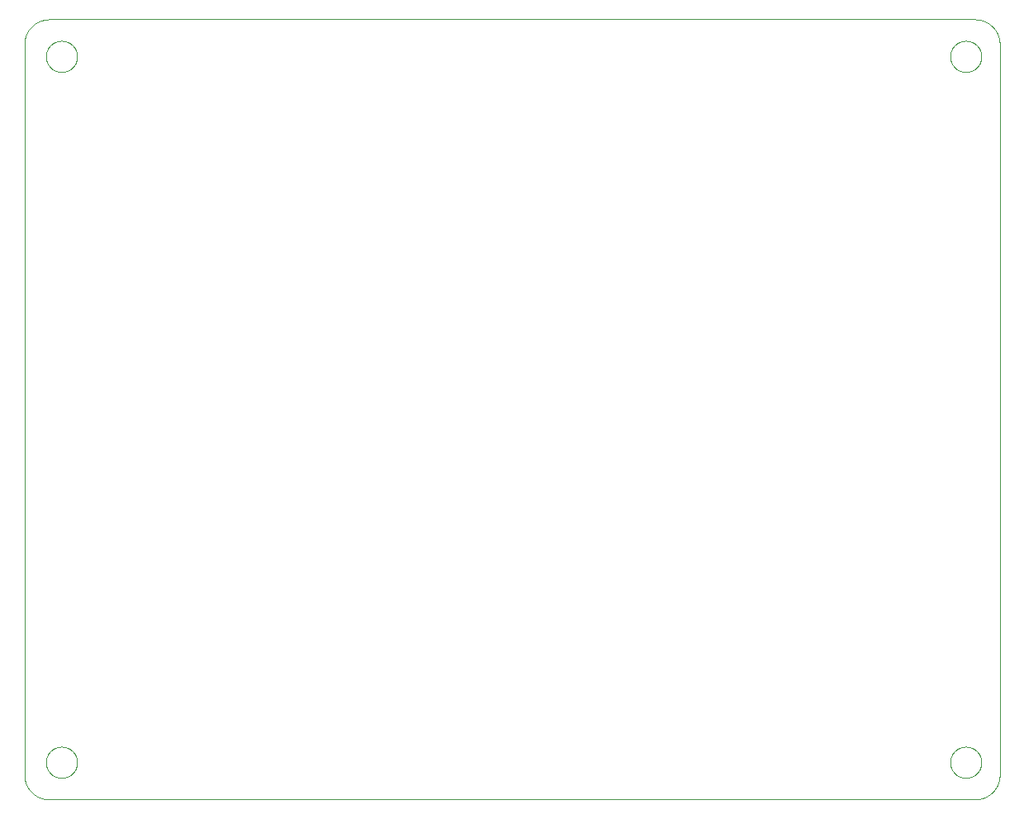
<source format=gbp>
G75*
%MOIN*%
%OFA0B0*%
%FSLAX25Y25*%
%IPPOS*%
%LPD*%
%AMOC8*
5,1,8,0,0,1.08239X$1,22.5*
%
%ADD10C,0.00000*%
D10*
X0086433Y0068933D02*
X0086433Y0363894D01*
X0086436Y0364136D01*
X0086445Y0364377D01*
X0086459Y0364618D01*
X0086480Y0364859D01*
X0086506Y0365099D01*
X0086538Y0365339D01*
X0086576Y0365578D01*
X0086619Y0365815D01*
X0086669Y0366052D01*
X0086724Y0366287D01*
X0086784Y0366521D01*
X0086851Y0366753D01*
X0086922Y0366984D01*
X0087000Y0367213D01*
X0087083Y0367440D01*
X0087171Y0367665D01*
X0087265Y0367888D01*
X0087364Y0368108D01*
X0087469Y0368326D01*
X0087578Y0368541D01*
X0087693Y0368754D01*
X0087813Y0368964D01*
X0087938Y0369170D01*
X0088068Y0369374D01*
X0088203Y0369575D01*
X0088343Y0369772D01*
X0088487Y0369966D01*
X0088636Y0370156D01*
X0088790Y0370342D01*
X0088948Y0370525D01*
X0089110Y0370704D01*
X0089277Y0370879D01*
X0089448Y0371050D01*
X0089623Y0371217D01*
X0089802Y0371379D01*
X0089985Y0371537D01*
X0090171Y0371691D01*
X0090361Y0371840D01*
X0090555Y0371984D01*
X0090752Y0372124D01*
X0090953Y0372259D01*
X0091157Y0372389D01*
X0091363Y0372514D01*
X0091573Y0372634D01*
X0091786Y0372749D01*
X0092001Y0372858D01*
X0092219Y0372963D01*
X0092439Y0373062D01*
X0092662Y0373156D01*
X0092887Y0373244D01*
X0093114Y0373327D01*
X0093343Y0373405D01*
X0093574Y0373476D01*
X0093806Y0373543D01*
X0094040Y0373603D01*
X0094275Y0373658D01*
X0094512Y0373708D01*
X0094749Y0373751D01*
X0094988Y0373789D01*
X0095228Y0373821D01*
X0095468Y0373847D01*
X0095709Y0373868D01*
X0095950Y0373882D01*
X0096191Y0373891D01*
X0096433Y0373894D01*
X0470134Y0373894D01*
X0470376Y0373891D01*
X0470617Y0373882D01*
X0470858Y0373868D01*
X0471099Y0373847D01*
X0471339Y0373821D01*
X0471579Y0373789D01*
X0471818Y0373751D01*
X0472055Y0373708D01*
X0472292Y0373658D01*
X0472527Y0373603D01*
X0472761Y0373543D01*
X0472993Y0373476D01*
X0473224Y0373405D01*
X0473453Y0373327D01*
X0473680Y0373244D01*
X0473905Y0373156D01*
X0474128Y0373062D01*
X0474348Y0372963D01*
X0474566Y0372858D01*
X0474781Y0372749D01*
X0474994Y0372634D01*
X0475204Y0372514D01*
X0475410Y0372389D01*
X0475614Y0372259D01*
X0475815Y0372124D01*
X0476012Y0371984D01*
X0476206Y0371840D01*
X0476396Y0371691D01*
X0476582Y0371537D01*
X0476765Y0371379D01*
X0476944Y0371217D01*
X0477119Y0371050D01*
X0477290Y0370879D01*
X0477457Y0370704D01*
X0477619Y0370525D01*
X0477777Y0370342D01*
X0477931Y0370156D01*
X0478080Y0369966D01*
X0478224Y0369772D01*
X0478364Y0369575D01*
X0478499Y0369374D01*
X0478629Y0369170D01*
X0478754Y0368964D01*
X0478874Y0368754D01*
X0478989Y0368541D01*
X0479098Y0368326D01*
X0479203Y0368108D01*
X0479302Y0367888D01*
X0479396Y0367665D01*
X0479484Y0367440D01*
X0479567Y0367213D01*
X0479645Y0366984D01*
X0479716Y0366753D01*
X0479783Y0366521D01*
X0479843Y0366287D01*
X0479898Y0366052D01*
X0479948Y0365815D01*
X0479991Y0365578D01*
X0480029Y0365339D01*
X0480061Y0365099D01*
X0480087Y0364859D01*
X0480108Y0364618D01*
X0480122Y0364377D01*
X0480131Y0364136D01*
X0480134Y0363894D01*
X0480134Y0068933D01*
X0480131Y0068691D01*
X0480122Y0068450D01*
X0480108Y0068209D01*
X0480087Y0067968D01*
X0480061Y0067728D01*
X0480029Y0067488D01*
X0479991Y0067249D01*
X0479948Y0067012D01*
X0479898Y0066775D01*
X0479843Y0066540D01*
X0479783Y0066306D01*
X0479716Y0066074D01*
X0479645Y0065843D01*
X0479567Y0065614D01*
X0479484Y0065387D01*
X0479396Y0065162D01*
X0479302Y0064939D01*
X0479203Y0064719D01*
X0479098Y0064501D01*
X0478989Y0064286D01*
X0478874Y0064073D01*
X0478754Y0063863D01*
X0478629Y0063657D01*
X0478499Y0063453D01*
X0478364Y0063252D01*
X0478224Y0063055D01*
X0478080Y0062861D01*
X0477931Y0062671D01*
X0477777Y0062485D01*
X0477619Y0062302D01*
X0477457Y0062123D01*
X0477290Y0061948D01*
X0477119Y0061777D01*
X0476944Y0061610D01*
X0476765Y0061448D01*
X0476582Y0061290D01*
X0476396Y0061136D01*
X0476206Y0060987D01*
X0476012Y0060843D01*
X0475815Y0060703D01*
X0475614Y0060568D01*
X0475410Y0060438D01*
X0475204Y0060313D01*
X0474994Y0060193D01*
X0474781Y0060078D01*
X0474566Y0059969D01*
X0474348Y0059864D01*
X0474128Y0059765D01*
X0473905Y0059671D01*
X0473680Y0059583D01*
X0473453Y0059500D01*
X0473224Y0059422D01*
X0472993Y0059351D01*
X0472761Y0059284D01*
X0472527Y0059224D01*
X0472292Y0059169D01*
X0472055Y0059119D01*
X0471818Y0059076D01*
X0471579Y0059038D01*
X0471339Y0059006D01*
X0471099Y0058980D01*
X0470858Y0058959D01*
X0470617Y0058945D01*
X0470376Y0058936D01*
X0470134Y0058933D01*
X0096433Y0058933D01*
X0096191Y0058936D01*
X0095950Y0058945D01*
X0095709Y0058959D01*
X0095468Y0058980D01*
X0095228Y0059006D01*
X0094988Y0059038D01*
X0094749Y0059076D01*
X0094512Y0059119D01*
X0094275Y0059169D01*
X0094040Y0059224D01*
X0093806Y0059284D01*
X0093574Y0059351D01*
X0093343Y0059422D01*
X0093114Y0059500D01*
X0092887Y0059583D01*
X0092662Y0059671D01*
X0092439Y0059765D01*
X0092219Y0059864D01*
X0092001Y0059969D01*
X0091786Y0060078D01*
X0091573Y0060193D01*
X0091363Y0060313D01*
X0091157Y0060438D01*
X0090953Y0060568D01*
X0090752Y0060703D01*
X0090555Y0060843D01*
X0090361Y0060987D01*
X0090171Y0061136D01*
X0089985Y0061290D01*
X0089802Y0061448D01*
X0089623Y0061610D01*
X0089448Y0061777D01*
X0089277Y0061948D01*
X0089110Y0062123D01*
X0088948Y0062302D01*
X0088790Y0062485D01*
X0088636Y0062671D01*
X0088487Y0062861D01*
X0088343Y0063055D01*
X0088203Y0063252D01*
X0088068Y0063453D01*
X0087938Y0063657D01*
X0087813Y0063863D01*
X0087693Y0064073D01*
X0087578Y0064286D01*
X0087469Y0064501D01*
X0087364Y0064719D01*
X0087265Y0064939D01*
X0087171Y0065162D01*
X0087083Y0065387D01*
X0087000Y0065614D01*
X0086922Y0065843D01*
X0086851Y0066074D01*
X0086784Y0066306D01*
X0086724Y0066540D01*
X0086669Y0066775D01*
X0086619Y0067012D01*
X0086576Y0067249D01*
X0086538Y0067488D01*
X0086506Y0067728D01*
X0086480Y0067968D01*
X0086459Y0068209D01*
X0086445Y0068450D01*
X0086436Y0068691D01*
X0086433Y0068933D01*
X0095134Y0073933D02*
X0095136Y0074091D01*
X0095142Y0074249D01*
X0095152Y0074407D01*
X0095166Y0074565D01*
X0095184Y0074722D01*
X0095205Y0074879D01*
X0095231Y0075035D01*
X0095261Y0075191D01*
X0095294Y0075346D01*
X0095332Y0075499D01*
X0095373Y0075652D01*
X0095418Y0075804D01*
X0095467Y0075955D01*
X0095520Y0076104D01*
X0095576Y0076252D01*
X0095636Y0076398D01*
X0095700Y0076543D01*
X0095768Y0076686D01*
X0095839Y0076828D01*
X0095913Y0076968D01*
X0095991Y0077105D01*
X0096073Y0077241D01*
X0096157Y0077375D01*
X0096246Y0077506D01*
X0096337Y0077635D01*
X0096432Y0077762D01*
X0096529Y0077887D01*
X0096630Y0078009D01*
X0096734Y0078128D01*
X0096841Y0078245D01*
X0096951Y0078359D01*
X0097064Y0078470D01*
X0097179Y0078579D01*
X0097297Y0078684D01*
X0097418Y0078786D01*
X0097541Y0078886D01*
X0097667Y0078982D01*
X0097795Y0079075D01*
X0097925Y0079165D01*
X0098058Y0079251D01*
X0098193Y0079335D01*
X0098329Y0079414D01*
X0098468Y0079491D01*
X0098609Y0079563D01*
X0098751Y0079633D01*
X0098895Y0079698D01*
X0099041Y0079760D01*
X0099188Y0079818D01*
X0099337Y0079873D01*
X0099487Y0079924D01*
X0099638Y0079971D01*
X0099790Y0080014D01*
X0099943Y0080053D01*
X0100098Y0080089D01*
X0100253Y0080120D01*
X0100409Y0080148D01*
X0100565Y0080172D01*
X0100722Y0080192D01*
X0100880Y0080208D01*
X0101037Y0080220D01*
X0101196Y0080228D01*
X0101354Y0080232D01*
X0101512Y0080232D01*
X0101670Y0080228D01*
X0101829Y0080220D01*
X0101986Y0080208D01*
X0102144Y0080192D01*
X0102301Y0080172D01*
X0102457Y0080148D01*
X0102613Y0080120D01*
X0102768Y0080089D01*
X0102923Y0080053D01*
X0103076Y0080014D01*
X0103228Y0079971D01*
X0103379Y0079924D01*
X0103529Y0079873D01*
X0103678Y0079818D01*
X0103825Y0079760D01*
X0103971Y0079698D01*
X0104115Y0079633D01*
X0104257Y0079563D01*
X0104398Y0079491D01*
X0104537Y0079414D01*
X0104673Y0079335D01*
X0104808Y0079251D01*
X0104941Y0079165D01*
X0105071Y0079075D01*
X0105199Y0078982D01*
X0105325Y0078886D01*
X0105448Y0078786D01*
X0105569Y0078684D01*
X0105687Y0078579D01*
X0105802Y0078470D01*
X0105915Y0078359D01*
X0106025Y0078245D01*
X0106132Y0078128D01*
X0106236Y0078009D01*
X0106337Y0077887D01*
X0106434Y0077762D01*
X0106529Y0077635D01*
X0106620Y0077506D01*
X0106709Y0077375D01*
X0106793Y0077241D01*
X0106875Y0077105D01*
X0106953Y0076968D01*
X0107027Y0076828D01*
X0107098Y0076686D01*
X0107166Y0076543D01*
X0107230Y0076398D01*
X0107290Y0076252D01*
X0107346Y0076104D01*
X0107399Y0075955D01*
X0107448Y0075804D01*
X0107493Y0075652D01*
X0107534Y0075499D01*
X0107572Y0075346D01*
X0107605Y0075191D01*
X0107635Y0075035D01*
X0107661Y0074879D01*
X0107682Y0074722D01*
X0107700Y0074565D01*
X0107714Y0074407D01*
X0107724Y0074249D01*
X0107730Y0074091D01*
X0107732Y0073933D01*
X0107730Y0073775D01*
X0107724Y0073617D01*
X0107714Y0073459D01*
X0107700Y0073301D01*
X0107682Y0073144D01*
X0107661Y0072987D01*
X0107635Y0072831D01*
X0107605Y0072675D01*
X0107572Y0072520D01*
X0107534Y0072367D01*
X0107493Y0072214D01*
X0107448Y0072062D01*
X0107399Y0071911D01*
X0107346Y0071762D01*
X0107290Y0071614D01*
X0107230Y0071468D01*
X0107166Y0071323D01*
X0107098Y0071180D01*
X0107027Y0071038D01*
X0106953Y0070898D01*
X0106875Y0070761D01*
X0106793Y0070625D01*
X0106709Y0070491D01*
X0106620Y0070360D01*
X0106529Y0070231D01*
X0106434Y0070104D01*
X0106337Y0069979D01*
X0106236Y0069857D01*
X0106132Y0069738D01*
X0106025Y0069621D01*
X0105915Y0069507D01*
X0105802Y0069396D01*
X0105687Y0069287D01*
X0105569Y0069182D01*
X0105448Y0069080D01*
X0105325Y0068980D01*
X0105199Y0068884D01*
X0105071Y0068791D01*
X0104941Y0068701D01*
X0104808Y0068615D01*
X0104673Y0068531D01*
X0104537Y0068452D01*
X0104398Y0068375D01*
X0104257Y0068303D01*
X0104115Y0068233D01*
X0103971Y0068168D01*
X0103825Y0068106D01*
X0103678Y0068048D01*
X0103529Y0067993D01*
X0103379Y0067942D01*
X0103228Y0067895D01*
X0103076Y0067852D01*
X0102923Y0067813D01*
X0102768Y0067777D01*
X0102613Y0067746D01*
X0102457Y0067718D01*
X0102301Y0067694D01*
X0102144Y0067674D01*
X0101986Y0067658D01*
X0101829Y0067646D01*
X0101670Y0067638D01*
X0101512Y0067634D01*
X0101354Y0067634D01*
X0101196Y0067638D01*
X0101037Y0067646D01*
X0100880Y0067658D01*
X0100722Y0067674D01*
X0100565Y0067694D01*
X0100409Y0067718D01*
X0100253Y0067746D01*
X0100098Y0067777D01*
X0099943Y0067813D01*
X0099790Y0067852D01*
X0099638Y0067895D01*
X0099487Y0067942D01*
X0099337Y0067993D01*
X0099188Y0068048D01*
X0099041Y0068106D01*
X0098895Y0068168D01*
X0098751Y0068233D01*
X0098609Y0068303D01*
X0098468Y0068375D01*
X0098329Y0068452D01*
X0098193Y0068531D01*
X0098058Y0068615D01*
X0097925Y0068701D01*
X0097795Y0068791D01*
X0097667Y0068884D01*
X0097541Y0068980D01*
X0097418Y0069080D01*
X0097297Y0069182D01*
X0097179Y0069287D01*
X0097064Y0069396D01*
X0096951Y0069507D01*
X0096841Y0069621D01*
X0096734Y0069738D01*
X0096630Y0069857D01*
X0096529Y0069979D01*
X0096432Y0070104D01*
X0096337Y0070231D01*
X0096246Y0070360D01*
X0096157Y0070491D01*
X0096073Y0070625D01*
X0095991Y0070761D01*
X0095913Y0070898D01*
X0095839Y0071038D01*
X0095768Y0071180D01*
X0095700Y0071323D01*
X0095636Y0071468D01*
X0095576Y0071614D01*
X0095520Y0071762D01*
X0095467Y0071911D01*
X0095418Y0072062D01*
X0095373Y0072214D01*
X0095332Y0072367D01*
X0095294Y0072520D01*
X0095261Y0072675D01*
X0095231Y0072831D01*
X0095205Y0072987D01*
X0095184Y0073144D01*
X0095166Y0073301D01*
X0095152Y0073459D01*
X0095142Y0073617D01*
X0095136Y0073775D01*
X0095134Y0073933D01*
X0460134Y0073933D02*
X0460136Y0074091D01*
X0460142Y0074249D01*
X0460152Y0074407D01*
X0460166Y0074565D01*
X0460184Y0074722D01*
X0460205Y0074879D01*
X0460231Y0075035D01*
X0460261Y0075191D01*
X0460294Y0075346D01*
X0460332Y0075499D01*
X0460373Y0075652D01*
X0460418Y0075804D01*
X0460467Y0075955D01*
X0460520Y0076104D01*
X0460576Y0076252D01*
X0460636Y0076398D01*
X0460700Y0076543D01*
X0460768Y0076686D01*
X0460839Y0076828D01*
X0460913Y0076968D01*
X0460991Y0077105D01*
X0461073Y0077241D01*
X0461157Y0077375D01*
X0461246Y0077506D01*
X0461337Y0077635D01*
X0461432Y0077762D01*
X0461529Y0077887D01*
X0461630Y0078009D01*
X0461734Y0078128D01*
X0461841Y0078245D01*
X0461951Y0078359D01*
X0462064Y0078470D01*
X0462179Y0078579D01*
X0462297Y0078684D01*
X0462418Y0078786D01*
X0462541Y0078886D01*
X0462667Y0078982D01*
X0462795Y0079075D01*
X0462925Y0079165D01*
X0463058Y0079251D01*
X0463193Y0079335D01*
X0463329Y0079414D01*
X0463468Y0079491D01*
X0463609Y0079563D01*
X0463751Y0079633D01*
X0463895Y0079698D01*
X0464041Y0079760D01*
X0464188Y0079818D01*
X0464337Y0079873D01*
X0464487Y0079924D01*
X0464638Y0079971D01*
X0464790Y0080014D01*
X0464943Y0080053D01*
X0465098Y0080089D01*
X0465253Y0080120D01*
X0465409Y0080148D01*
X0465565Y0080172D01*
X0465722Y0080192D01*
X0465880Y0080208D01*
X0466037Y0080220D01*
X0466196Y0080228D01*
X0466354Y0080232D01*
X0466512Y0080232D01*
X0466670Y0080228D01*
X0466829Y0080220D01*
X0466986Y0080208D01*
X0467144Y0080192D01*
X0467301Y0080172D01*
X0467457Y0080148D01*
X0467613Y0080120D01*
X0467768Y0080089D01*
X0467923Y0080053D01*
X0468076Y0080014D01*
X0468228Y0079971D01*
X0468379Y0079924D01*
X0468529Y0079873D01*
X0468678Y0079818D01*
X0468825Y0079760D01*
X0468971Y0079698D01*
X0469115Y0079633D01*
X0469257Y0079563D01*
X0469398Y0079491D01*
X0469537Y0079414D01*
X0469673Y0079335D01*
X0469808Y0079251D01*
X0469941Y0079165D01*
X0470071Y0079075D01*
X0470199Y0078982D01*
X0470325Y0078886D01*
X0470448Y0078786D01*
X0470569Y0078684D01*
X0470687Y0078579D01*
X0470802Y0078470D01*
X0470915Y0078359D01*
X0471025Y0078245D01*
X0471132Y0078128D01*
X0471236Y0078009D01*
X0471337Y0077887D01*
X0471434Y0077762D01*
X0471529Y0077635D01*
X0471620Y0077506D01*
X0471709Y0077375D01*
X0471793Y0077241D01*
X0471875Y0077105D01*
X0471953Y0076968D01*
X0472027Y0076828D01*
X0472098Y0076686D01*
X0472166Y0076543D01*
X0472230Y0076398D01*
X0472290Y0076252D01*
X0472346Y0076104D01*
X0472399Y0075955D01*
X0472448Y0075804D01*
X0472493Y0075652D01*
X0472534Y0075499D01*
X0472572Y0075346D01*
X0472605Y0075191D01*
X0472635Y0075035D01*
X0472661Y0074879D01*
X0472682Y0074722D01*
X0472700Y0074565D01*
X0472714Y0074407D01*
X0472724Y0074249D01*
X0472730Y0074091D01*
X0472732Y0073933D01*
X0472730Y0073775D01*
X0472724Y0073617D01*
X0472714Y0073459D01*
X0472700Y0073301D01*
X0472682Y0073144D01*
X0472661Y0072987D01*
X0472635Y0072831D01*
X0472605Y0072675D01*
X0472572Y0072520D01*
X0472534Y0072367D01*
X0472493Y0072214D01*
X0472448Y0072062D01*
X0472399Y0071911D01*
X0472346Y0071762D01*
X0472290Y0071614D01*
X0472230Y0071468D01*
X0472166Y0071323D01*
X0472098Y0071180D01*
X0472027Y0071038D01*
X0471953Y0070898D01*
X0471875Y0070761D01*
X0471793Y0070625D01*
X0471709Y0070491D01*
X0471620Y0070360D01*
X0471529Y0070231D01*
X0471434Y0070104D01*
X0471337Y0069979D01*
X0471236Y0069857D01*
X0471132Y0069738D01*
X0471025Y0069621D01*
X0470915Y0069507D01*
X0470802Y0069396D01*
X0470687Y0069287D01*
X0470569Y0069182D01*
X0470448Y0069080D01*
X0470325Y0068980D01*
X0470199Y0068884D01*
X0470071Y0068791D01*
X0469941Y0068701D01*
X0469808Y0068615D01*
X0469673Y0068531D01*
X0469537Y0068452D01*
X0469398Y0068375D01*
X0469257Y0068303D01*
X0469115Y0068233D01*
X0468971Y0068168D01*
X0468825Y0068106D01*
X0468678Y0068048D01*
X0468529Y0067993D01*
X0468379Y0067942D01*
X0468228Y0067895D01*
X0468076Y0067852D01*
X0467923Y0067813D01*
X0467768Y0067777D01*
X0467613Y0067746D01*
X0467457Y0067718D01*
X0467301Y0067694D01*
X0467144Y0067674D01*
X0466986Y0067658D01*
X0466829Y0067646D01*
X0466670Y0067638D01*
X0466512Y0067634D01*
X0466354Y0067634D01*
X0466196Y0067638D01*
X0466037Y0067646D01*
X0465880Y0067658D01*
X0465722Y0067674D01*
X0465565Y0067694D01*
X0465409Y0067718D01*
X0465253Y0067746D01*
X0465098Y0067777D01*
X0464943Y0067813D01*
X0464790Y0067852D01*
X0464638Y0067895D01*
X0464487Y0067942D01*
X0464337Y0067993D01*
X0464188Y0068048D01*
X0464041Y0068106D01*
X0463895Y0068168D01*
X0463751Y0068233D01*
X0463609Y0068303D01*
X0463468Y0068375D01*
X0463329Y0068452D01*
X0463193Y0068531D01*
X0463058Y0068615D01*
X0462925Y0068701D01*
X0462795Y0068791D01*
X0462667Y0068884D01*
X0462541Y0068980D01*
X0462418Y0069080D01*
X0462297Y0069182D01*
X0462179Y0069287D01*
X0462064Y0069396D01*
X0461951Y0069507D01*
X0461841Y0069621D01*
X0461734Y0069738D01*
X0461630Y0069857D01*
X0461529Y0069979D01*
X0461432Y0070104D01*
X0461337Y0070231D01*
X0461246Y0070360D01*
X0461157Y0070491D01*
X0461073Y0070625D01*
X0460991Y0070761D01*
X0460913Y0070898D01*
X0460839Y0071038D01*
X0460768Y0071180D01*
X0460700Y0071323D01*
X0460636Y0071468D01*
X0460576Y0071614D01*
X0460520Y0071762D01*
X0460467Y0071911D01*
X0460418Y0072062D01*
X0460373Y0072214D01*
X0460332Y0072367D01*
X0460294Y0072520D01*
X0460261Y0072675D01*
X0460231Y0072831D01*
X0460205Y0072987D01*
X0460184Y0073144D01*
X0460166Y0073301D01*
X0460152Y0073459D01*
X0460142Y0073617D01*
X0460136Y0073775D01*
X0460134Y0073933D01*
X0460134Y0358933D02*
X0460136Y0359091D01*
X0460142Y0359249D01*
X0460152Y0359407D01*
X0460166Y0359565D01*
X0460184Y0359722D01*
X0460205Y0359879D01*
X0460231Y0360035D01*
X0460261Y0360191D01*
X0460294Y0360346D01*
X0460332Y0360499D01*
X0460373Y0360652D01*
X0460418Y0360804D01*
X0460467Y0360955D01*
X0460520Y0361104D01*
X0460576Y0361252D01*
X0460636Y0361398D01*
X0460700Y0361543D01*
X0460768Y0361686D01*
X0460839Y0361828D01*
X0460913Y0361968D01*
X0460991Y0362105D01*
X0461073Y0362241D01*
X0461157Y0362375D01*
X0461246Y0362506D01*
X0461337Y0362635D01*
X0461432Y0362762D01*
X0461529Y0362887D01*
X0461630Y0363009D01*
X0461734Y0363128D01*
X0461841Y0363245D01*
X0461951Y0363359D01*
X0462064Y0363470D01*
X0462179Y0363579D01*
X0462297Y0363684D01*
X0462418Y0363786D01*
X0462541Y0363886D01*
X0462667Y0363982D01*
X0462795Y0364075D01*
X0462925Y0364165D01*
X0463058Y0364251D01*
X0463193Y0364335D01*
X0463329Y0364414D01*
X0463468Y0364491D01*
X0463609Y0364563D01*
X0463751Y0364633D01*
X0463895Y0364698D01*
X0464041Y0364760D01*
X0464188Y0364818D01*
X0464337Y0364873D01*
X0464487Y0364924D01*
X0464638Y0364971D01*
X0464790Y0365014D01*
X0464943Y0365053D01*
X0465098Y0365089D01*
X0465253Y0365120D01*
X0465409Y0365148D01*
X0465565Y0365172D01*
X0465722Y0365192D01*
X0465880Y0365208D01*
X0466037Y0365220D01*
X0466196Y0365228D01*
X0466354Y0365232D01*
X0466512Y0365232D01*
X0466670Y0365228D01*
X0466829Y0365220D01*
X0466986Y0365208D01*
X0467144Y0365192D01*
X0467301Y0365172D01*
X0467457Y0365148D01*
X0467613Y0365120D01*
X0467768Y0365089D01*
X0467923Y0365053D01*
X0468076Y0365014D01*
X0468228Y0364971D01*
X0468379Y0364924D01*
X0468529Y0364873D01*
X0468678Y0364818D01*
X0468825Y0364760D01*
X0468971Y0364698D01*
X0469115Y0364633D01*
X0469257Y0364563D01*
X0469398Y0364491D01*
X0469537Y0364414D01*
X0469673Y0364335D01*
X0469808Y0364251D01*
X0469941Y0364165D01*
X0470071Y0364075D01*
X0470199Y0363982D01*
X0470325Y0363886D01*
X0470448Y0363786D01*
X0470569Y0363684D01*
X0470687Y0363579D01*
X0470802Y0363470D01*
X0470915Y0363359D01*
X0471025Y0363245D01*
X0471132Y0363128D01*
X0471236Y0363009D01*
X0471337Y0362887D01*
X0471434Y0362762D01*
X0471529Y0362635D01*
X0471620Y0362506D01*
X0471709Y0362375D01*
X0471793Y0362241D01*
X0471875Y0362105D01*
X0471953Y0361968D01*
X0472027Y0361828D01*
X0472098Y0361686D01*
X0472166Y0361543D01*
X0472230Y0361398D01*
X0472290Y0361252D01*
X0472346Y0361104D01*
X0472399Y0360955D01*
X0472448Y0360804D01*
X0472493Y0360652D01*
X0472534Y0360499D01*
X0472572Y0360346D01*
X0472605Y0360191D01*
X0472635Y0360035D01*
X0472661Y0359879D01*
X0472682Y0359722D01*
X0472700Y0359565D01*
X0472714Y0359407D01*
X0472724Y0359249D01*
X0472730Y0359091D01*
X0472732Y0358933D01*
X0472730Y0358775D01*
X0472724Y0358617D01*
X0472714Y0358459D01*
X0472700Y0358301D01*
X0472682Y0358144D01*
X0472661Y0357987D01*
X0472635Y0357831D01*
X0472605Y0357675D01*
X0472572Y0357520D01*
X0472534Y0357367D01*
X0472493Y0357214D01*
X0472448Y0357062D01*
X0472399Y0356911D01*
X0472346Y0356762D01*
X0472290Y0356614D01*
X0472230Y0356468D01*
X0472166Y0356323D01*
X0472098Y0356180D01*
X0472027Y0356038D01*
X0471953Y0355898D01*
X0471875Y0355761D01*
X0471793Y0355625D01*
X0471709Y0355491D01*
X0471620Y0355360D01*
X0471529Y0355231D01*
X0471434Y0355104D01*
X0471337Y0354979D01*
X0471236Y0354857D01*
X0471132Y0354738D01*
X0471025Y0354621D01*
X0470915Y0354507D01*
X0470802Y0354396D01*
X0470687Y0354287D01*
X0470569Y0354182D01*
X0470448Y0354080D01*
X0470325Y0353980D01*
X0470199Y0353884D01*
X0470071Y0353791D01*
X0469941Y0353701D01*
X0469808Y0353615D01*
X0469673Y0353531D01*
X0469537Y0353452D01*
X0469398Y0353375D01*
X0469257Y0353303D01*
X0469115Y0353233D01*
X0468971Y0353168D01*
X0468825Y0353106D01*
X0468678Y0353048D01*
X0468529Y0352993D01*
X0468379Y0352942D01*
X0468228Y0352895D01*
X0468076Y0352852D01*
X0467923Y0352813D01*
X0467768Y0352777D01*
X0467613Y0352746D01*
X0467457Y0352718D01*
X0467301Y0352694D01*
X0467144Y0352674D01*
X0466986Y0352658D01*
X0466829Y0352646D01*
X0466670Y0352638D01*
X0466512Y0352634D01*
X0466354Y0352634D01*
X0466196Y0352638D01*
X0466037Y0352646D01*
X0465880Y0352658D01*
X0465722Y0352674D01*
X0465565Y0352694D01*
X0465409Y0352718D01*
X0465253Y0352746D01*
X0465098Y0352777D01*
X0464943Y0352813D01*
X0464790Y0352852D01*
X0464638Y0352895D01*
X0464487Y0352942D01*
X0464337Y0352993D01*
X0464188Y0353048D01*
X0464041Y0353106D01*
X0463895Y0353168D01*
X0463751Y0353233D01*
X0463609Y0353303D01*
X0463468Y0353375D01*
X0463329Y0353452D01*
X0463193Y0353531D01*
X0463058Y0353615D01*
X0462925Y0353701D01*
X0462795Y0353791D01*
X0462667Y0353884D01*
X0462541Y0353980D01*
X0462418Y0354080D01*
X0462297Y0354182D01*
X0462179Y0354287D01*
X0462064Y0354396D01*
X0461951Y0354507D01*
X0461841Y0354621D01*
X0461734Y0354738D01*
X0461630Y0354857D01*
X0461529Y0354979D01*
X0461432Y0355104D01*
X0461337Y0355231D01*
X0461246Y0355360D01*
X0461157Y0355491D01*
X0461073Y0355625D01*
X0460991Y0355761D01*
X0460913Y0355898D01*
X0460839Y0356038D01*
X0460768Y0356180D01*
X0460700Y0356323D01*
X0460636Y0356468D01*
X0460576Y0356614D01*
X0460520Y0356762D01*
X0460467Y0356911D01*
X0460418Y0357062D01*
X0460373Y0357214D01*
X0460332Y0357367D01*
X0460294Y0357520D01*
X0460261Y0357675D01*
X0460231Y0357831D01*
X0460205Y0357987D01*
X0460184Y0358144D01*
X0460166Y0358301D01*
X0460152Y0358459D01*
X0460142Y0358617D01*
X0460136Y0358775D01*
X0460134Y0358933D01*
X0095134Y0358933D02*
X0095136Y0359091D01*
X0095142Y0359249D01*
X0095152Y0359407D01*
X0095166Y0359565D01*
X0095184Y0359722D01*
X0095205Y0359879D01*
X0095231Y0360035D01*
X0095261Y0360191D01*
X0095294Y0360346D01*
X0095332Y0360499D01*
X0095373Y0360652D01*
X0095418Y0360804D01*
X0095467Y0360955D01*
X0095520Y0361104D01*
X0095576Y0361252D01*
X0095636Y0361398D01*
X0095700Y0361543D01*
X0095768Y0361686D01*
X0095839Y0361828D01*
X0095913Y0361968D01*
X0095991Y0362105D01*
X0096073Y0362241D01*
X0096157Y0362375D01*
X0096246Y0362506D01*
X0096337Y0362635D01*
X0096432Y0362762D01*
X0096529Y0362887D01*
X0096630Y0363009D01*
X0096734Y0363128D01*
X0096841Y0363245D01*
X0096951Y0363359D01*
X0097064Y0363470D01*
X0097179Y0363579D01*
X0097297Y0363684D01*
X0097418Y0363786D01*
X0097541Y0363886D01*
X0097667Y0363982D01*
X0097795Y0364075D01*
X0097925Y0364165D01*
X0098058Y0364251D01*
X0098193Y0364335D01*
X0098329Y0364414D01*
X0098468Y0364491D01*
X0098609Y0364563D01*
X0098751Y0364633D01*
X0098895Y0364698D01*
X0099041Y0364760D01*
X0099188Y0364818D01*
X0099337Y0364873D01*
X0099487Y0364924D01*
X0099638Y0364971D01*
X0099790Y0365014D01*
X0099943Y0365053D01*
X0100098Y0365089D01*
X0100253Y0365120D01*
X0100409Y0365148D01*
X0100565Y0365172D01*
X0100722Y0365192D01*
X0100880Y0365208D01*
X0101037Y0365220D01*
X0101196Y0365228D01*
X0101354Y0365232D01*
X0101512Y0365232D01*
X0101670Y0365228D01*
X0101829Y0365220D01*
X0101986Y0365208D01*
X0102144Y0365192D01*
X0102301Y0365172D01*
X0102457Y0365148D01*
X0102613Y0365120D01*
X0102768Y0365089D01*
X0102923Y0365053D01*
X0103076Y0365014D01*
X0103228Y0364971D01*
X0103379Y0364924D01*
X0103529Y0364873D01*
X0103678Y0364818D01*
X0103825Y0364760D01*
X0103971Y0364698D01*
X0104115Y0364633D01*
X0104257Y0364563D01*
X0104398Y0364491D01*
X0104537Y0364414D01*
X0104673Y0364335D01*
X0104808Y0364251D01*
X0104941Y0364165D01*
X0105071Y0364075D01*
X0105199Y0363982D01*
X0105325Y0363886D01*
X0105448Y0363786D01*
X0105569Y0363684D01*
X0105687Y0363579D01*
X0105802Y0363470D01*
X0105915Y0363359D01*
X0106025Y0363245D01*
X0106132Y0363128D01*
X0106236Y0363009D01*
X0106337Y0362887D01*
X0106434Y0362762D01*
X0106529Y0362635D01*
X0106620Y0362506D01*
X0106709Y0362375D01*
X0106793Y0362241D01*
X0106875Y0362105D01*
X0106953Y0361968D01*
X0107027Y0361828D01*
X0107098Y0361686D01*
X0107166Y0361543D01*
X0107230Y0361398D01*
X0107290Y0361252D01*
X0107346Y0361104D01*
X0107399Y0360955D01*
X0107448Y0360804D01*
X0107493Y0360652D01*
X0107534Y0360499D01*
X0107572Y0360346D01*
X0107605Y0360191D01*
X0107635Y0360035D01*
X0107661Y0359879D01*
X0107682Y0359722D01*
X0107700Y0359565D01*
X0107714Y0359407D01*
X0107724Y0359249D01*
X0107730Y0359091D01*
X0107732Y0358933D01*
X0107730Y0358775D01*
X0107724Y0358617D01*
X0107714Y0358459D01*
X0107700Y0358301D01*
X0107682Y0358144D01*
X0107661Y0357987D01*
X0107635Y0357831D01*
X0107605Y0357675D01*
X0107572Y0357520D01*
X0107534Y0357367D01*
X0107493Y0357214D01*
X0107448Y0357062D01*
X0107399Y0356911D01*
X0107346Y0356762D01*
X0107290Y0356614D01*
X0107230Y0356468D01*
X0107166Y0356323D01*
X0107098Y0356180D01*
X0107027Y0356038D01*
X0106953Y0355898D01*
X0106875Y0355761D01*
X0106793Y0355625D01*
X0106709Y0355491D01*
X0106620Y0355360D01*
X0106529Y0355231D01*
X0106434Y0355104D01*
X0106337Y0354979D01*
X0106236Y0354857D01*
X0106132Y0354738D01*
X0106025Y0354621D01*
X0105915Y0354507D01*
X0105802Y0354396D01*
X0105687Y0354287D01*
X0105569Y0354182D01*
X0105448Y0354080D01*
X0105325Y0353980D01*
X0105199Y0353884D01*
X0105071Y0353791D01*
X0104941Y0353701D01*
X0104808Y0353615D01*
X0104673Y0353531D01*
X0104537Y0353452D01*
X0104398Y0353375D01*
X0104257Y0353303D01*
X0104115Y0353233D01*
X0103971Y0353168D01*
X0103825Y0353106D01*
X0103678Y0353048D01*
X0103529Y0352993D01*
X0103379Y0352942D01*
X0103228Y0352895D01*
X0103076Y0352852D01*
X0102923Y0352813D01*
X0102768Y0352777D01*
X0102613Y0352746D01*
X0102457Y0352718D01*
X0102301Y0352694D01*
X0102144Y0352674D01*
X0101986Y0352658D01*
X0101829Y0352646D01*
X0101670Y0352638D01*
X0101512Y0352634D01*
X0101354Y0352634D01*
X0101196Y0352638D01*
X0101037Y0352646D01*
X0100880Y0352658D01*
X0100722Y0352674D01*
X0100565Y0352694D01*
X0100409Y0352718D01*
X0100253Y0352746D01*
X0100098Y0352777D01*
X0099943Y0352813D01*
X0099790Y0352852D01*
X0099638Y0352895D01*
X0099487Y0352942D01*
X0099337Y0352993D01*
X0099188Y0353048D01*
X0099041Y0353106D01*
X0098895Y0353168D01*
X0098751Y0353233D01*
X0098609Y0353303D01*
X0098468Y0353375D01*
X0098329Y0353452D01*
X0098193Y0353531D01*
X0098058Y0353615D01*
X0097925Y0353701D01*
X0097795Y0353791D01*
X0097667Y0353884D01*
X0097541Y0353980D01*
X0097418Y0354080D01*
X0097297Y0354182D01*
X0097179Y0354287D01*
X0097064Y0354396D01*
X0096951Y0354507D01*
X0096841Y0354621D01*
X0096734Y0354738D01*
X0096630Y0354857D01*
X0096529Y0354979D01*
X0096432Y0355104D01*
X0096337Y0355231D01*
X0096246Y0355360D01*
X0096157Y0355491D01*
X0096073Y0355625D01*
X0095991Y0355761D01*
X0095913Y0355898D01*
X0095839Y0356038D01*
X0095768Y0356180D01*
X0095700Y0356323D01*
X0095636Y0356468D01*
X0095576Y0356614D01*
X0095520Y0356762D01*
X0095467Y0356911D01*
X0095418Y0357062D01*
X0095373Y0357214D01*
X0095332Y0357367D01*
X0095294Y0357520D01*
X0095261Y0357675D01*
X0095231Y0357831D01*
X0095205Y0357987D01*
X0095184Y0358144D01*
X0095166Y0358301D01*
X0095152Y0358459D01*
X0095142Y0358617D01*
X0095136Y0358775D01*
X0095134Y0358933D01*
M02*

</source>
